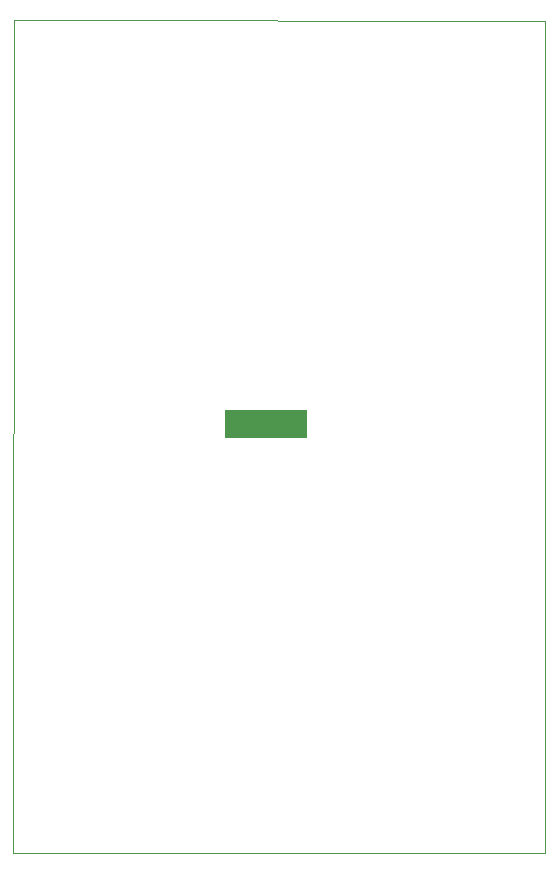
<source format=gbp>
G75*
G70*
%OFA0B0*%
%FSLAX24Y24*%
%IPPOS*%
%LPD*%
%AMOC8*
5,1,8,0,0,1.08239X$1,22.5*
%
%ADD10C,0.0000*%
%ADD11R,0.2756X0.0925*%
D10*
X001415Y000100D02*
X001454Y027856D01*
X019132Y027844D01*
X019132Y000100D01*
X001415Y000100D01*
D11*
X009840Y014391D03*
M02*

</source>
